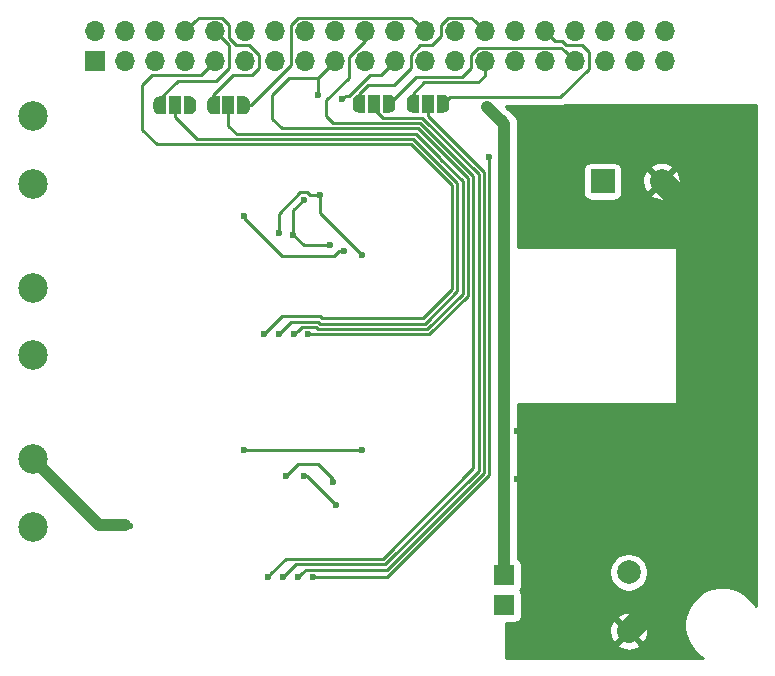
<source format=gbr>
G04 #@! TF.GenerationSoftware,KiCad,Pcbnew,(5.1.4)-1*
G04 #@! TF.CreationDate,2023-01-05T18:52:54+01:00*
G04 #@! TF.ProjectId,RasPi-HAT,52617350-692d-4484-9154-2e6b69636164,V00.20*
G04 #@! TF.SameCoordinates,Original*
G04 #@! TF.FileFunction,Copper,L2,Bot*
G04 #@! TF.FilePolarity,Positive*
%FSLAX46Y46*%
G04 Gerber Fmt 4.6, Leading zero omitted, Abs format (unit mm)*
G04 Created by KiCad (PCBNEW (5.1.4)-1) date 2023-01-05 18:52:54*
%MOMM*%
%LPD*%
G04 APERTURE LIST*
%ADD10C,2.500000*%
%ADD11R,1.000000X1.500000*%
%ADD12C,0.500000*%
%ADD13C,0.100000*%
%ADD14O,1.700000X1.700000*%
%ADD15R,1.700000X1.700000*%
%ADD16C,2.000000*%
%ADD17R,2.000000X2.000000*%
%ADD18C,0.600000*%
%ADD19C,0.250000*%
%ADD20C,2.000000*%
%ADD21C,1.000000*%
%ADD22C,0.254000*%
G04 APERTURE END LIST*
D10*
X56600000Y-75800000D03*
X56600000Y-81550000D03*
X56600000Y-61300000D03*
X56600000Y-67050000D03*
X56600000Y-46800000D03*
X56600000Y-52550000D03*
D11*
X90020000Y-45730000D03*
D12*
X91320000Y-45730000D03*
D13*
G36*
X91320000Y-44980602D02*
G01*
X91344534Y-44980602D01*
X91393365Y-44985412D01*
X91441490Y-44994984D01*
X91488445Y-45009228D01*
X91533778Y-45028005D01*
X91577051Y-45051136D01*
X91617850Y-45078396D01*
X91655779Y-45109524D01*
X91690476Y-45144221D01*
X91721604Y-45182150D01*
X91748864Y-45222949D01*
X91771995Y-45266222D01*
X91790772Y-45311555D01*
X91805016Y-45358510D01*
X91814588Y-45406635D01*
X91819398Y-45455466D01*
X91819398Y-45480000D01*
X91820000Y-45480000D01*
X91820000Y-45980000D01*
X91819398Y-45980000D01*
X91819398Y-46004534D01*
X91814588Y-46053365D01*
X91805016Y-46101490D01*
X91790772Y-46148445D01*
X91771995Y-46193778D01*
X91748864Y-46237051D01*
X91721604Y-46277850D01*
X91690476Y-46315779D01*
X91655779Y-46350476D01*
X91617850Y-46381604D01*
X91577051Y-46408864D01*
X91533778Y-46431995D01*
X91488445Y-46450772D01*
X91441490Y-46465016D01*
X91393365Y-46474588D01*
X91344534Y-46479398D01*
X91320000Y-46479398D01*
X91320000Y-46480000D01*
X90770000Y-46480000D01*
X90770000Y-44980000D01*
X91320000Y-44980000D01*
X91320000Y-44980602D01*
X91320000Y-44980602D01*
G37*
D12*
X88720000Y-45730000D03*
D13*
G36*
X89270000Y-46480000D02*
G01*
X88720000Y-46480000D01*
X88720000Y-46479398D01*
X88695466Y-46479398D01*
X88646635Y-46474588D01*
X88598510Y-46465016D01*
X88551555Y-46450772D01*
X88506222Y-46431995D01*
X88462949Y-46408864D01*
X88422150Y-46381604D01*
X88384221Y-46350476D01*
X88349524Y-46315779D01*
X88318396Y-46277850D01*
X88291136Y-46237051D01*
X88268005Y-46193778D01*
X88249228Y-46148445D01*
X88234984Y-46101490D01*
X88225412Y-46053365D01*
X88220602Y-46004534D01*
X88220602Y-45980000D01*
X88220000Y-45980000D01*
X88220000Y-45480000D01*
X88220602Y-45480000D01*
X88220602Y-45455466D01*
X88225412Y-45406635D01*
X88234984Y-45358510D01*
X88249228Y-45311555D01*
X88268005Y-45266222D01*
X88291136Y-45222949D01*
X88318396Y-45182150D01*
X88349524Y-45144221D01*
X88384221Y-45109524D01*
X88422150Y-45078396D01*
X88462949Y-45051136D01*
X88506222Y-45028005D01*
X88551555Y-45009228D01*
X88598510Y-44994984D01*
X88646635Y-44985412D01*
X88695466Y-44980602D01*
X88720000Y-44980602D01*
X88720000Y-44980000D01*
X89270000Y-44980000D01*
X89270000Y-46480000D01*
X89270000Y-46480000D01*
G37*
D11*
X85460000Y-45730000D03*
D12*
X86760000Y-45730000D03*
D13*
G36*
X86760000Y-44980602D02*
G01*
X86784534Y-44980602D01*
X86833365Y-44985412D01*
X86881490Y-44994984D01*
X86928445Y-45009228D01*
X86973778Y-45028005D01*
X87017051Y-45051136D01*
X87057850Y-45078396D01*
X87095779Y-45109524D01*
X87130476Y-45144221D01*
X87161604Y-45182150D01*
X87188864Y-45222949D01*
X87211995Y-45266222D01*
X87230772Y-45311555D01*
X87245016Y-45358510D01*
X87254588Y-45406635D01*
X87259398Y-45455466D01*
X87259398Y-45480000D01*
X87260000Y-45480000D01*
X87260000Y-45980000D01*
X87259398Y-45980000D01*
X87259398Y-46004534D01*
X87254588Y-46053365D01*
X87245016Y-46101490D01*
X87230772Y-46148445D01*
X87211995Y-46193778D01*
X87188864Y-46237051D01*
X87161604Y-46277850D01*
X87130476Y-46315779D01*
X87095779Y-46350476D01*
X87057850Y-46381604D01*
X87017051Y-46408864D01*
X86973778Y-46431995D01*
X86928445Y-46450772D01*
X86881490Y-46465016D01*
X86833365Y-46474588D01*
X86784534Y-46479398D01*
X86760000Y-46479398D01*
X86760000Y-46480000D01*
X86210000Y-46480000D01*
X86210000Y-44980000D01*
X86760000Y-44980000D01*
X86760000Y-44980602D01*
X86760000Y-44980602D01*
G37*
D12*
X84160000Y-45730000D03*
D13*
G36*
X84710000Y-46480000D02*
G01*
X84160000Y-46480000D01*
X84160000Y-46479398D01*
X84135466Y-46479398D01*
X84086635Y-46474588D01*
X84038510Y-46465016D01*
X83991555Y-46450772D01*
X83946222Y-46431995D01*
X83902949Y-46408864D01*
X83862150Y-46381604D01*
X83824221Y-46350476D01*
X83789524Y-46315779D01*
X83758396Y-46277850D01*
X83731136Y-46237051D01*
X83708005Y-46193778D01*
X83689228Y-46148445D01*
X83674984Y-46101490D01*
X83665412Y-46053365D01*
X83660602Y-46004534D01*
X83660602Y-45980000D01*
X83660000Y-45980000D01*
X83660000Y-45480000D01*
X83660602Y-45480000D01*
X83660602Y-45455466D01*
X83665412Y-45406635D01*
X83674984Y-45358510D01*
X83689228Y-45311555D01*
X83708005Y-45266222D01*
X83731136Y-45222949D01*
X83758396Y-45182150D01*
X83789524Y-45144221D01*
X83824221Y-45109524D01*
X83862150Y-45078396D01*
X83902949Y-45051136D01*
X83946222Y-45028005D01*
X83991555Y-45009228D01*
X84038510Y-44994984D01*
X84086635Y-44985412D01*
X84135466Y-44980602D01*
X84160000Y-44980602D01*
X84160000Y-44980000D01*
X84710000Y-44980000D01*
X84710000Y-46480000D01*
X84710000Y-46480000D01*
G37*
D11*
X73130000Y-45860000D03*
D12*
X74430000Y-45860000D03*
D13*
G36*
X74430000Y-45110602D02*
G01*
X74454534Y-45110602D01*
X74503365Y-45115412D01*
X74551490Y-45124984D01*
X74598445Y-45139228D01*
X74643778Y-45158005D01*
X74687051Y-45181136D01*
X74727850Y-45208396D01*
X74765779Y-45239524D01*
X74800476Y-45274221D01*
X74831604Y-45312150D01*
X74858864Y-45352949D01*
X74881995Y-45396222D01*
X74900772Y-45441555D01*
X74915016Y-45488510D01*
X74924588Y-45536635D01*
X74929398Y-45585466D01*
X74929398Y-45610000D01*
X74930000Y-45610000D01*
X74930000Y-46110000D01*
X74929398Y-46110000D01*
X74929398Y-46134534D01*
X74924588Y-46183365D01*
X74915016Y-46231490D01*
X74900772Y-46278445D01*
X74881995Y-46323778D01*
X74858864Y-46367051D01*
X74831604Y-46407850D01*
X74800476Y-46445779D01*
X74765779Y-46480476D01*
X74727850Y-46511604D01*
X74687051Y-46538864D01*
X74643778Y-46561995D01*
X74598445Y-46580772D01*
X74551490Y-46595016D01*
X74503365Y-46604588D01*
X74454534Y-46609398D01*
X74430000Y-46609398D01*
X74430000Y-46610000D01*
X73880000Y-46610000D01*
X73880000Y-45110000D01*
X74430000Y-45110000D01*
X74430000Y-45110602D01*
X74430000Y-45110602D01*
G37*
D12*
X71830000Y-45860000D03*
D13*
G36*
X72380000Y-46610000D02*
G01*
X71830000Y-46610000D01*
X71830000Y-46609398D01*
X71805466Y-46609398D01*
X71756635Y-46604588D01*
X71708510Y-46595016D01*
X71661555Y-46580772D01*
X71616222Y-46561995D01*
X71572949Y-46538864D01*
X71532150Y-46511604D01*
X71494221Y-46480476D01*
X71459524Y-46445779D01*
X71428396Y-46407850D01*
X71401136Y-46367051D01*
X71378005Y-46323778D01*
X71359228Y-46278445D01*
X71344984Y-46231490D01*
X71335412Y-46183365D01*
X71330602Y-46134534D01*
X71330602Y-46110000D01*
X71330000Y-46110000D01*
X71330000Y-45610000D01*
X71330602Y-45610000D01*
X71330602Y-45585466D01*
X71335412Y-45536635D01*
X71344984Y-45488510D01*
X71359228Y-45441555D01*
X71378005Y-45396222D01*
X71401136Y-45352949D01*
X71428396Y-45312150D01*
X71459524Y-45274221D01*
X71494221Y-45239524D01*
X71532150Y-45208396D01*
X71572949Y-45181136D01*
X71616222Y-45158005D01*
X71661555Y-45139228D01*
X71708510Y-45124984D01*
X71756635Y-45115412D01*
X71805466Y-45110602D01*
X71830000Y-45110602D01*
X71830000Y-45110000D01*
X72380000Y-45110000D01*
X72380000Y-46610000D01*
X72380000Y-46610000D01*
G37*
D11*
X68580000Y-45860000D03*
D12*
X69880000Y-45860000D03*
D13*
G36*
X69880000Y-45110602D02*
G01*
X69904534Y-45110602D01*
X69953365Y-45115412D01*
X70001490Y-45124984D01*
X70048445Y-45139228D01*
X70093778Y-45158005D01*
X70137051Y-45181136D01*
X70177850Y-45208396D01*
X70215779Y-45239524D01*
X70250476Y-45274221D01*
X70281604Y-45312150D01*
X70308864Y-45352949D01*
X70331995Y-45396222D01*
X70350772Y-45441555D01*
X70365016Y-45488510D01*
X70374588Y-45536635D01*
X70379398Y-45585466D01*
X70379398Y-45610000D01*
X70380000Y-45610000D01*
X70380000Y-46110000D01*
X70379398Y-46110000D01*
X70379398Y-46134534D01*
X70374588Y-46183365D01*
X70365016Y-46231490D01*
X70350772Y-46278445D01*
X70331995Y-46323778D01*
X70308864Y-46367051D01*
X70281604Y-46407850D01*
X70250476Y-46445779D01*
X70215779Y-46480476D01*
X70177850Y-46511604D01*
X70137051Y-46538864D01*
X70093778Y-46561995D01*
X70048445Y-46580772D01*
X70001490Y-46595016D01*
X69953365Y-46604588D01*
X69904534Y-46609398D01*
X69880000Y-46609398D01*
X69880000Y-46610000D01*
X69330000Y-46610000D01*
X69330000Y-45110000D01*
X69880000Y-45110000D01*
X69880000Y-45110602D01*
X69880000Y-45110602D01*
G37*
D12*
X67280000Y-45860000D03*
D13*
G36*
X67830000Y-46610000D02*
G01*
X67280000Y-46610000D01*
X67280000Y-46609398D01*
X67255466Y-46609398D01*
X67206635Y-46604588D01*
X67158510Y-46595016D01*
X67111555Y-46580772D01*
X67066222Y-46561995D01*
X67022949Y-46538864D01*
X66982150Y-46511604D01*
X66944221Y-46480476D01*
X66909524Y-46445779D01*
X66878396Y-46407850D01*
X66851136Y-46367051D01*
X66828005Y-46323778D01*
X66809228Y-46278445D01*
X66794984Y-46231490D01*
X66785412Y-46183365D01*
X66780602Y-46134534D01*
X66780602Y-46110000D01*
X66780000Y-46110000D01*
X66780000Y-45610000D01*
X66780602Y-45610000D01*
X66780602Y-45585466D01*
X66785412Y-45536635D01*
X66794984Y-45488510D01*
X66809228Y-45441555D01*
X66828005Y-45396222D01*
X66851136Y-45352949D01*
X66878396Y-45312150D01*
X66909524Y-45274221D01*
X66944221Y-45239524D01*
X66982150Y-45208396D01*
X67022949Y-45181136D01*
X67066222Y-45158005D01*
X67111555Y-45139228D01*
X67158510Y-45124984D01*
X67206635Y-45115412D01*
X67255466Y-45110602D01*
X67280000Y-45110602D01*
X67280000Y-45110000D01*
X67830000Y-45110000D01*
X67830000Y-46610000D01*
X67830000Y-46610000D01*
G37*
D14*
X110078520Y-39608760D03*
X110078520Y-42148760D03*
X107538520Y-39608760D03*
X107538520Y-42148760D03*
X104998520Y-39608760D03*
X104998520Y-42148760D03*
X102458520Y-39608760D03*
X102458520Y-42148760D03*
X99918520Y-39608760D03*
X99918520Y-42148760D03*
X97378520Y-39608760D03*
X97378520Y-42148760D03*
X94838520Y-39608760D03*
X94838520Y-42148760D03*
X92298520Y-39608760D03*
X92298520Y-42148760D03*
X89758520Y-39608760D03*
X89758520Y-42148760D03*
X87218520Y-39608760D03*
X87218520Y-42148760D03*
X84678520Y-39608760D03*
X84678520Y-42148760D03*
X82138520Y-39608760D03*
X82138520Y-42148760D03*
X79598520Y-39608760D03*
X79598520Y-42148760D03*
X77058520Y-39608760D03*
X77058520Y-42148760D03*
X74518520Y-39608760D03*
X74518520Y-42148760D03*
X71978520Y-39608760D03*
X71978520Y-42148760D03*
X69438520Y-39608760D03*
X69438520Y-42148760D03*
X66898520Y-39608760D03*
X66898520Y-42148760D03*
X64358520Y-39608760D03*
X64358520Y-42148760D03*
X61818520Y-39608760D03*
D15*
X61818520Y-42148760D03*
D16*
X109800000Y-52300000D03*
D17*
X104800000Y-52300000D03*
D16*
X107000000Y-90400000D03*
X107000000Y-85400000D03*
D15*
X96500000Y-85660000D03*
X96500000Y-88200000D03*
D18*
X77370000Y-56700000D03*
X80859000Y-53471000D03*
X84400000Y-58500000D03*
X79502000Y-53848000D03*
X78635000Y-56865000D03*
X81710000Y-57730000D03*
X79900000Y-65250000D03*
X80750000Y-45000000D03*
X95200040Y-50269960D03*
X80300000Y-85800000D03*
X100330000Y-49530000D03*
X76100000Y-65250000D03*
X102870000Y-76200000D03*
X105410000Y-76200000D03*
X105410000Y-81280000D03*
X102870000Y-81280000D03*
X100330000Y-81280000D03*
X104140000Y-72390000D03*
X101600000Y-72390000D03*
X106680000Y-72390000D03*
X106680000Y-80010000D03*
X105410000Y-78740000D03*
X106680000Y-77470000D03*
X104140000Y-77470000D03*
X106680000Y-74930000D03*
X105410000Y-73660000D03*
X104140000Y-74930000D03*
X104140000Y-80010000D03*
X102870000Y-78740000D03*
X102870000Y-73660000D03*
X101600000Y-74930000D03*
X101600000Y-77470000D03*
X101600000Y-80010000D03*
X100330000Y-78740000D03*
X100330000Y-76200000D03*
X100330000Y-73660000D03*
X113700000Y-76800000D03*
X115000000Y-69509000D03*
X115000000Y-71436000D03*
X115975001Y-73508999D03*
X115975001Y-75540999D03*
X106100000Y-92300000D03*
X110800000Y-89500000D03*
X112522000Y-86106000D03*
X116586000Y-82296000D03*
X114808000Y-84328000D03*
X116840000Y-85598000D03*
X103886000Y-84074000D03*
X101346000Y-84074000D03*
X98300000Y-83200000D03*
X101200000Y-87200000D03*
X97536000Y-77470000D03*
X97536000Y-73406000D03*
X110236000Y-49530000D03*
X113284000Y-49530000D03*
X116332000Y-49530000D03*
X113284000Y-52324000D03*
X116332000Y-52324000D03*
X116332000Y-55372000D03*
X113284000Y-55372000D03*
X113284000Y-58166000D03*
X116332000Y-58166000D03*
X116586000Y-60960000D03*
X114300000Y-61976000D03*
X112014000Y-68834000D03*
X112014000Y-70866000D03*
X106500000Y-49500000D03*
X103500000Y-49500000D03*
X97900000Y-91700000D03*
X76450000Y-85800000D03*
X82900000Y-58200000D03*
X74422000Y-55278000D03*
X95000000Y-46000000D03*
X95500000Y-46500000D03*
X96171599Y-47091597D03*
X78000000Y-77250000D03*
X82000000Y-77750000D03*
X82250000Y-79750000D03*
X79502000Y-77248000D03*
X74422000Y-75078000D03*
X84472000Y-75078000D03*
X64770000Y-81462000D03*
X63500000Y-81400000D03*
X62200000Y-81400000D03*
X61400000Y-80600000D03*
X60650000Y-79850000D03*
X69810000Y-45860000D03*
X82750000Y-45340000D03*
X77380000Y-65250000D03*
X78700000Y-65250000D03*
X77750000Y-85800000D03*
X79050000Y-85800000D03*
D19*
X77370000Y-56275736D02*
X77370000Y-56700000D01*
X77370000Y-55054998D02*
X77370000Y-56275736D01*
X79201999Y-53222999D02*
X77370000Y-55054998D01*
X79802001Y-53222999D02*
X79201999Y-53222999D01*
X80050002Y-53471000D02*
X79802001Y-53222999D01*
X80859000Y-53471000D02*
X80050002Y-53471000D01*
X80859000Y-54959000D02*
X80859000Y-53471000D01*
X84400000Y-58500000D02*
X80859000Y-54959000D01*
X78635000Y-54715000D02*
X79502000Y-53848000D01*
X78635000Y-56865000D02*
X78635000Y-54715000D01*
X79500000Y-57730000D02*
X78635000Y-56865000D01*
X81710000Y-57730000D02*
X79500000Y-57730000D01*
X76810000Y-47010000D02*
X76810000Y-44990000D01*
X79900000Y-65250000D02*
X90150000Y-65250000D01*
X90150000Y-65250000D02*
X93400000Y-62000000D01*
X93400000Y-62000000D02*
X93400000Y-52053590D01*
X93400000Y-52053590D02*
X89177370Y-47830960D01*
X89177370Y-47830960D02*
X77630960Y-47830960D01*
X77630960Y-47830960D02*
X76810000Y-47010000D01*
X95200040Y-50269960D02*
X95200040Y-77173970D01*
X80724264Y-85800000D02*
X80300000Y-85800000D01*
X86574010Y-85800000D02*
X80724264Y-85800000D01*
X95200040Y-77173970D02*
X86574010Y-85800000D01*
X80750000Y-43537280D02*
X80750000Y-45000000D01*
X82138520Y-42148760D02*
X80750000Y-43537280D01*
X78287280Y-43537280D02*
X78275000Y-43525000D01*
X80750000Y-43537280D02*
X78287280Y-43537280D01*
X76810000Y-44990000D02*
X78275000Y-43525000D01*
D20*
X109800000Y-52300000D02*
X113500000Y-56000000D01*
X113500000Y-83900000D02*
X113500000Y-74500000D01*
X107000000Y-90400000D02*
X113500000Y-83900000D01*
X113500000Y-56000000D02*
X113500000Y-74500000D01*
D19*
X80897809Y-63724979D02*
X81072800Y-63899970D01*
X76100000Y-65250000D02*
X77625021Y-63724979D01*
X77625021Y-63724979D02*
X80897809Y-63724979D01*
X81072800Y-63899970D02*
X82000000Y-63899970D01*
X82000000Y-63899970D02*
X87000000Y-63899970D01*
X87000000Y-63899970D02*
X89590800Y-63899970D01*
X89590800Y-63899970D02*
X89945385Y-63545385D01*
X89945385Y-63545385D02*
X92049970Y-61440800D01*
X92049970Y-61440800D02*
X92049970Y-61100000D01*
X66686239Y-43323761D02*
X70803519Y-43323761D01*
X70803519Y-43323761D02*
X71978520Y-42148760D01*
X92049970Y-52629970D02*
X88600990Y-49180990D01*
X92049970Y-61440800D02*
X92049970Y-52629970D01*
X88600990Y-49180990D02*
X67040990Y-49180990D01*
X67040990Y-49180990D02*
X65820000Y-47960000D01*
X65820000Y-47960000D02*
X65820000Y-44190000D01*
X65820000Y-44190000D02*
X66686239Y-43323761D01*
X83313521Y-41774757D02*
X83313521Y-43516479D01*
X84678520Y-39608760D02*
X84678520Y-40409758D01*
X84678520Y-40409758D02*
X83313521Y-41774757D01*
X83313521Y-43516479D02*
X81380000Y-45450000D01*
X81380000Y-46780000D02*
X81980950Y-47380950D01*
X81380000Y-45450000D02*
X81380000Y-46780000D01*
X81980950Y-47380950D02*
X89363771Y-47380951D01*
X89363771Y-47380951D02*
X93850010Y-51867190D01*
X77975021Y-84274979D02*
X76749999Y-85500001D01*
X76749999Y-85500001D02*
X76450000Y-85800000D01*
X86189801Y-84274979D02*
X77975021Y-84274979D01*
X93850010Y-76614770D02*
X86189801Y-84274979D01*
X93850010Y-51867190D02*
X93850010Y-76614770D01*
X70288519Y-38758761D02*
X69438520Y-39608760D01*
X70613521Y-38433759D02*
X70288519Y-38758761D01*
X72542521Y-38433759D02*
X70613521Y-38433759D01*
X73153521Y-40147351D02*
X73153521Y-39044759D01*
X73789931Y-40783761D02*
X73153521Y-40147351D01*
X74892523Y-40783761D02*
X73789931Y-40783761D01*
X75693521Y-41584759D02*
X74892523Y-40783761D01*
X75693521Y-42712761D02*
X75693521Y-41584759D01*
X75082521Y-43323761D02*
X75693521Y-42712761D01*
X73518647Y-43323761D02*
X75082521Y-43323761D01*
X73153521Y-39044759D02*
X72542521Y-38433759D01*
X71830000Y-45012408D02*
X73518647Y-43323761D01*
X71830000Y-45860000D02*
X71830000Y-45012408D01*
X72828519Y-40458759D02*
X71978520Y-39608760D01*
X73153521Y-40783761D02*
X72828519Y-40458759D01*
X73153521Y-42712761D02*
X73153521Y-40783761D01*
X72092511Y-43773771D02*
X73153521Y-42712761D01*
X68831227Y-43773771D02*
X72092511Y-43773771D01*
X67280000Y-45324998D02*
X68831227Y-43773771D01*
X67280000Y-45860000D02*
X67280000Y-45324998D01*
X82475736Y-58200000D02*
X82025736Y-58650000D01*
X82900000Y-58200000D02*
X82475736Y-58200000D01*
X82025736Y-58650000D02*
X77700000Y-58650000D01*
X77700000Y-58650000D02*
X74450000Y-55400000D01*
D21*
X96500000Y-85660000D02*
X96500000Y-47419998D01*
X96500000Y-47419998D02*
X96171599Y-47091597D01*
X96419998Y-47419998D02*
X95500000Y-46500000D01*
X96500000Y-47419998D02*
X96419998Y-47419998D01*
X95500000Y-46500000D02*
X95030236Y-46030236D01*
X96171599Y-47091597D02*
X96171599Y-47091597D01*
D19*
X79000000Y-76250000D02*
X80750000Y-76250000D01*
X78000000Y-77250000D02*
X79000000Y-76250000D01*
X80750000Y-76250000D02*
X82000000Y-77500000D01*
X82000000Y-77500000D02*
X82000000Y-77750000D01*
X82000000Y-77750000D02*
X82000000Y-77750000D01*
X79748000Y-77248000D02*
X79502000Y-77248000D01*
X82250000Y-79750000D02*
X79748000Y-77248000D01*
X74422000Y-75078000D02*
X84472000Y-75078000D01*
D21*
X56600000Y-75800000D02*
X57849999Y-77049999D01*
X57849999Y-77049999D02*
X62200000Y-81400000D01*
X62200000Y-81400000D02*
X63500000Y-81400000D01*
X63500000Y-81400000D02*
X64400000Y-81400000D01*
D19*
X86760000Y-45730000D02*
X89040000Y-43450000D01*
X101283519Y-40973759D02*
X101608521Y-41298761D01*
X94274519Y-40973759D02*
X101283519Y-40973759D01*
X93663519Y-41584759D02*
X94274519Y-40973759D01*
X93663519Y-42712761D02*
X93663519Y-41584759D01*
X92926280Y-43450000D02*
X93663519Y-42712761D01*
X101608521Y-41298761D02*
X102458520Y-42148760D01*
X89040000Y-43450000D02*
X92926280Y-43450000D01*
X101404929Y-40458759D02*
X100768519Y-40458759D01*
X101729931Y-40783761D02*
X101404929Y-40458759D01*
X103022521Y-40783761D02*
X101729931Y-40783761D01*
X103633521Y-41394761D02*
X103022521Y-40783761D01*
X103633521Y-42776479D02*
X103633521Y-41394761D01*
X101204774Y-45205226D02*
X103633521Y-42776479D01*
X91844774Y-45205226D02*
X101204774Y-45205226D01*
X100768519Y-40458759D02*
X99918520Y-39608760D01*
X91320000Y-45730000D02*
X91844774Y-45205226D01*
X91734519Y-38433759D02*
X93663519Y-38433759D01*
X91123519Y-39044759D02*
X91734519Y-38433759D01*
X91123519Y-39982763D02*
X91123519Y-39044759D01*
X90322521Y-40783761D02*
X91123519Y-39982763D01*
X89384517Y-40783761D02*
X90322521Y-40783761D01*
X88583519Y-41584759D02*
X89384517Y-40783761D01*
X88583519Y-42712761D02*
X88583519Y-41584759D01*
X93663519Y-38433759D02*
X93988521Y-38758761D01*
X93988521Y-38758761D02*
X94838520Y-39608760D01*
X84160000Y-45730000D02*
X84160000Y-44882408D01*
X84160000Y-44882408D02*
X84932408Y-44110000D01*
X87186280Y-44110000D02*
X88583519Y-42712761D01*
X84932408Y-44110000D02*
X87186280Y-44110000D01*
X94838520Y-43350841D02*
X94838520Y-42148760D01*
X94289352Y-43900009D02*
X94838520Y-43350841D01*
X89702399Y-43900009D02*
X94289352Y-43900009D01*
X88720000Y-44882408D02*
X89702399Y-43900009D01*
X88720000Y-45730000D02*
X88720000Y-44882408D01*
X88908521Y-38758761D02*
X89758520Y-39608760D01*
X88583519Y-38433759D02*
X88908521Y-38758761D01*
X79034519Y-38433759D02*
X88583519Y-38433759D01*
X78423519Y-39044759D02*
X79034519Y-38433759D01*
X78423519Y-42466481D02*
X78423519Y-39044759D01*
X75030000Y-45860000D02*
X78423519Y-42466481D01*
X74430000Y-45860000D02*
X75030000Y-45860000D01*
X87588940Y-42519180D02*
X87218520Y-42148760D01*
X87218520Y-42148760D02*
X86043519Y-43323761D01*
X86043519Y-43323761D02*
X85082237Y-43323761D01*
X83365997Y-45040001D02*
X85082237Y-43323761D01*
X83049999Y-45040001D02*
X83365997Y-45040001D01*
X82750000Y-45340000D02*
X83049999Y-45040001D01*
X89777200Y-64349980D02*
X90263590Y-63863590D01*
X77679999Y-64950001D02*
X77380000Y-65250000D01*
X78455011Y-64174989D02*
X77679999Y-64950001D01*
X80711409Y-64174989D02*
X78455011Y-64174989D01*
X80886400Y-64349980D02*
X80711409Y-64174989D01*
X89777200Y-64349980D02*
X80886400Y-64349980D01*
X89777200Y-64349980D02*
X92499980Y-61627200D01*
X92499980Y-53170020D02*
X92499979Y-52443569D01*
X92499980Y-61627200D02*
X92499980Y-53170020D01*
X92499979Y-52443569D02*
X88787390Y-48730980D01*
X68580000Y-46860000D02*
X68580000Y-45860000D01*
X70450980Y-48730980D02*
X68580000Y-46860000D01*
X88787390Y-48730980D02*
X70450980Y-48730980D01*
X78999999Y-64950001D02*
X78700000Y-65250000D01*
X79325001Y-64624999D02*
X78999999Y-64950001D01*
X80525009Y-64624999D02*
X79325001Y-64624999D01*
X80700000Y-64799990D02*
X80525009Y-64624999D01*
X92949990Y-61813600D02*
X89963600Y-64799990D01*
X89963600Y-64799990D02*
X80700000Y-64799990D01*
X92949990Y-52257170D02*
X92949990Y-52609990D01*
X91080000Y-50387180D02*
X92949990Y-52257170D01*
X91080000Y-50370000D02*
X91080000Y-50387180D01*
X92949990Y-52609990D02*
X92949990Y-61813600D01*
X73130000Y-45860000D02*
X73130000Y-47590000D01*
X73130000Y-47590000D02*
X73820970Y-48280970D01*
X73820970Y-48280970D02*
X88990970Y-48280970D01*
X88990970Y-48280970D02*
X91080000Y-50370000D01*
X78825011Y-84724989D02*
X86376201Y-84724989D01*
X77750000Y-85800000D02*
X78825011Y-84724989D01*
X86376201Y-84724989D02*
X94300020Y-76801170D01*
X94300020Y-76801170D02*
X94300020Y-54200020D01*
X94300020Y-54200020D02*
X94300018Y-54200018D01*
X85460000Y-45730000D02*
X85460000Y-46189636D01*
X89550172Y-46930942D02*
X94300020Y-51680790D01*
X86201306Y-46930942D02*
X89550172Y-46930942D01*
X85460000Y-46189636D02*
X86201306Y-46930942D01*
X94300020Y-52459980D02*
X94300018Y-52459982D01*
X94300020Y-51680790D02*
X94300020Y-52459980D01*
X94300018Y-54200018D02*
X94300018Y-52459982D01*
X94750030Y-55350030D02*
X94750030Y-55200000D01*
X79349999Y-85500001D02*
X79050000Y-85800000D01*
X79675001Y-85174999D02*
X79349999Y-85500001D01*
X86562601Y-85174999D02*
X79675001Y-85174999D01*
X94750030Y-76987570D02*
X86562601Y-85174999D01*
X94750030Y-55350030D02*
X94750030Y-76987570D01*
X90020000Y-45730000D02*
X90020000Y-46764360D01*
X94750030Y-51494390D02*
X94750030Y-52450030D01*
X90020000Y-46764360D02*
X94750030Y-51494390D01*
X94750030Y-55350030D02*
X94750030Y-52450030D01*
D22*
G36*
X117756601Y-88285300D02*
G01*
X117448175Y-87823707D01*
X116998693Y-87374225D01*
X116470158Y-87021070D01*
X115882881Y-86777812D01*
X115259432Y-86653800D01*
X114623768Y-86653800D01*
X114000319Y-86777812D01*
X113413042Y-87021070D01*
X112884507Y-87374225D01*
X112435025Y-87823707D01*
X112081870Y-88352242D01*
X111838612Y-88939519D01*
X111714600Y-89562968D01*
X111714600Y-90198632D01*
X111838612Y-90822081D01*
X112081870Y-91409358D01*
X112435025Y-91937893D01*
X112884507Y-92387375D01*
X113346099Y-92695800D01*
X96647000Y-92695800D01*
X96647000Y-91535413D01*
X106044192Y-91535413D01*
X106139956Y-91799814D01*
X106429571Y-91940704D01*
X106741108Y-92022384D01*
X107062595Y-92041718D01*
X107381675Y-91997961D01*
X107686088Y-91892795D01*
X107860044Y-91799814D01*
X107955808Y-91535413D01*
X107000000Y-90579605D01*
X106044192Y-91535413D01*
X96647000Y-91535413D01*
X96647000Y-90462595D01*
X105358282Y-90462595D01*
X105402039Y-90781675D01*
X105507205Y-91086088D01*
X105600186Y-91260044D01*
X105864587Y-91355808D01*
X106820395Y-90400000D01*
X107179605Y-90400000D01*
X108135413Y-91355808D01*
X108399814Y-91260044D01*
X108540704Y-90970429D01*
X108622384Y-90658892D01*
X108641718Y-90337405D01*
X108597961Y-90018325D01*
X108492795Y-89713912D01*
X108399814Y-89539956D01*
X108135413Y-89444192D01*
X107179605Y-90400000D01*
X106820395Y-90400000D01*
X105864587Y-89444192D01*
X105600186Y-89539956D01*
X105459296Y-89829571D01*
X105377616Y-90141108D01*
X105358282Y-90462595D01*
X96647000Y-90462595D01*
X96647000Y-89688072D01*
X97350000Y-89688072D01*
X97474482Y-89675812D01*
X97594180Y-89639502D01*
X97704494Y-89580537D01*
X97801185Y-89501185D01*
X97880537Y-89404494D01*
X97939502Y-89294180D01*
X97948478Y-89264587D01*
X106044192Y-89264587D01*
X107000000Y-90220395D01*
X107955808Y-89264587D01*
X107860044Y-89000186D01*
X107570429Y-88859296D01*
X107258892Y-88777616D01*
X106937405Y-88758282D01*
X106618325Y-88802039D01*
X106313912Y-88907205D01*
X106139956Y-89000186D01*
X106044192Y-89264587D01*
X97948478Y-89264587D01*
X97975812Y-89174482D01*
X97988072Y-89050000D01*
X97988072Y-87350000D01*
X97975812Y-87225518D01*
X97939502Y-87105820D01*
X97880537Y-86995506D01*
X97826778Y-86930000D01*
X97880537Y-86864494D01*
X97939502Y-86754180D01*
X97975812Y-86634482D01*
X97988072Y-86510000D01*
X97988072Y-85238967D01*
X105365000Y-85238967D01*
X105365000Y-85561033D01*
X105427832Y-85876912D01*
X105551082Y-86174463D01*
X105730013Y-86442252D01*
X105957748Y-86669987D01*
X106225537Y-86848918D01*
X106523088Y-86972168D01*
X106838967Y-87035000D01*
X107161033Y-87035000D01*
X107476912Y-86972168D01*
X107774463Y-86848918D01*
X108042252Y-86669987D01*
X108269987Y-86442252D01*
X108448918Y-86174463D01*
X108572168Y-85876912D01*
X108635000Y-85561033D01*
X108635000Y-85238967D01*
X108572168Y-84923088D01*
X108448918Y-84625537D01*
X108269987Y-84357748D01*
X108042252Y-84130013D01*
X107774463Y-83951082D01*
X107476912Y-83827832D01*
X107161033Y-83765000D01*
X106838967Y-83765000D01*
X106523088Y-83827832D01*
X106225537Y-83951082D01*
X105957748Y-84130013D01*
X105730013Y-84357748D01*
X105551082Y-84625537D01*
X105427832Y-84923088D01*
X105365000Y-85238967D01*
X97988072Y-85238967D01*
X97988072Y-84810000D01*
X97975812Y-84685518D01*
X97939502Y-84565820D01*
X97880537Y-84455506D01*
X97801185Y-84358815D01*
X97704494Y-84279463D01*
X97635000Y-84242317D01*
X97635000Y-71127000D01*
X111000000Y-71127000D01*
X111024776Y-71124560D01*
X111048601Y-71117333D01*
X111070557Y-71105597D01*
X111089803Y-71089803D01*
X111105597Y-71070557D01*
X111117333Y-71048601D01*
X111124560Y-71024776D01*
X111127000Y-71000000D01*
X111127000Y-58000000D01*
X111124560Y-57975224D01*
X111117333Y-57951399D01*
X111105597Y-57929443D01*
X111089803Y-57910197D01*
X111070557Y-57894403D01*
X111048601Y-57882667D01*
X111024776Y-57875440D01*
X111000000Y-57873000D01*
X97635000Y-57873000D01*
X97635000Y-51300000D01*
X103161928Y-51300000D01*
X103161928Y-53300000D01*
X103174188Y-53424482D01*
X103210498Y-53544180D01*
X103269463Y-53654494D01*
X103348815Y-53751185D01*
X103445506Y-53830537D01*
X103555820Y-53889502D01*
X103675518Y-53925812D01*
X103800000Y-53938072D01*
X105800000Y-53938072D01*
X105924482Y-53925812D01*
X106044180Y-53889502D01*
X106154494Y-53830537D01*
X106251185Y-53751185D01*
X106330537Y-53654494D01*
X106389502Y-53544180D01*
X106422496Y-53435413D01*
X108844192Y-53435413D01*
X108939956Y-53699814D01*
X109229571Y-53840704D01*
X109541108Y-53922384D01*
X109862595Y-53941718D01*
X110181675Y-53897961D01*
X110486088Y-53792795D01*
X110660044Y-53699814D01*
X110755808Y-53435413D01*
X109800000Y-52479605D01*
X108844192Y-53435413D01*
X106422496Y-53435413D01*
X106425812Y-53424482D01*
X106438072Y-53300000D01*
X106438072Y-52362595D01*
X108158282Y-52362595D01*
X108202039Y-52681675D01*
X108307205Y-52986088D01*
X108400186Y-53160044D01*
X108664587Y-53255808D01*
X109620395Y-52300000D01*
X109979605Y-52300000D01*
X110935413Y-53255808D01*
X111199814Y-53160044D01*
X111340704Y-52870429D01*
X111422384Y-52558892D01*
X111441718Y-52237405D01*
X111397961Y-51918325D01*
X111292795Y-51613912D01*
X111199814Y-51439956D01*
X110935413Y-51344192D01*
X109979605Y-52300000D01*
X109620395Y-52300000D01*
X108664587Y-51344192D01*
X108400186Y-51439956D01*
X108259296Y-51729571D01*
X108177616Y-52041108D01*
X108158282Y-52362595D01*
X106438072Y-52362595D01*
X106438072Y-51300000D01*
X106425812Y-51175518D01*
X106422497Y-51164587D01*
X108844192Y-51164587D01*
X109800000Y-52120395D01*
X110755808Y-51164587D01*
X110660044Y-50900186D01*
X110370429Y-50759296D01*
X110058892Y-50677616D01*
X109737405Y-50658282D01*
X109418325Y-50702039D01*
X109113912Y-50807205D01*
X108939956Y-50900186D01*
X108844192Y-51164587D01*
X106422497Y-51164587D01*
X106389502Y-51055820D01*
X106330537Y-50945506D01*
X106251185Y-50848815D01*
X106154494Y-50769463D01*
X106044180Y-50710498D01*
X105924482Y-50674188D01*
X105800000Y-50661928D01*
X103800000Y-50661928D01*
X103675518Y-50674188D01*
X103555820Y-50710498D01*
X103445506Y-50769463D01*
X103348815Y-50848815D01*
X103269463Y-50945506D01*
X103210498Y-51055820D01*
X103174188Y-51175518D01*
X103161928Y-51300000D01*
X97635000Y-51300000D01*
X97635000Y-47475750D01*
X97640491Y-47419998D01*
X97618577Y-47197499D01*
X97553676Y-46983551D01*
X97448284Y-46786375D01*
X97306449Y-46613549D01*
X97263135Y-46578002D01*
X97013595Y-46328462D01*
X96978048Y-46285148D01*
X96805222Y-46143313D01*
X96683250Y-46078118D01*
X96647000Y-46041868D01*
X96647000Y-45965226D01*
X101167452Y-45965226D01*
X101204774Y-45968902D01*
X101242096Y-45965226D01*
X101242107Y-45965226D01*
X101353760Y-45954229D01*
X101497021Y-45910772D01*
X101616328Y-45847000D01*
X117756600Y-45847000D01*
X117756601Y-88285300D01*
X117756601Y-88285300D01*
G37*
X117756601Y-88285300D02*
X117448175Y-87823707D01*
X116998693Y-87374225D01*
X116470158Y-87021070D01*
X115882881Y-86777812D01*
X115259432Y-86653800D01*
X114623768Y-86653800D01*
X114000319Y-86777812D01*
X113413042Y-87021070D01*
X112884507Y-87374225D01*
X112435025Y-87823707D01*
X112081870Y-88352242D01*
X111838612Y-88939519D01*
X111714600Y-89562968D01*
X111714600Y-90198632D01*
X111838612Y-90822081D01*
X112081870Y-91409358D01*
X112435025Y-91937893D01*
X112884507Y-92387375D01*
X113346099Y-92695800D01*
X96647000Y-92695800D01*
X96647000Y-91535413D01*
X106044192Y-91535413D01*
X106139956Y-91799814D01*
X106429571Y-91940704D01*
X106741108Y-92022384D01*
X107062595Y-92041718D01*
X107381675Y-91997961D01*
X107686088Y-91892795D01*
X107860044Y-91799814D01*
X107955808Y-91535413D01*
X107000000Y-90579605D01*
X106044192Y-91535413D01*
X96647000Y-91535413D01*
X96647000Y-90462595D01*
X105358282Y-90462595D01*
X105402039Y-90781675D01*
X105507205Y-91086088D01*
X105600186Y-91260044D01*
X105864587Y-91355808D01*
X106820395Y-90400000D01*
X107179605Y-90400000D01*
X108135413Y-91355808D01*
X108399814Y-91260044D01*
X108540704Y-90970429D01*
X108622384Y-90658892D01*
X108641718Y-90337405D01*
X108597961Y-90018325D01*
X108492795Y-89713912D01*
X108399814Y-89539956D01*
X108135413Y-89444192D01*
X107179605Y-90400000D01*
X106820395Y-90400000D01*
X105864587Y-89444192D01*
X105600186Y-89539956D01*
X105459296Y-89829571D01*
X105377616Y-90141108D01*
X105358282Y-90462595D01*
X96647000Y-90462595D01*
X96647000Y-89688072D01*
X97350000Y-89688072D01*
X97474482Y-89675812D01*
X97594180Y-89639502D01*
X97704494Y-89580537D01*
X97801185Y-89501185D01*
X97880537Y-89404494D01*
X97939502Y-89294180D01*
X97948478Y-89264587D01*
X106044192Y-89264587D01*
X107000000Y-90220395D01*
X107955808Y-89264587D01*
X107860044Y-89000186D01*
X107570429Y-88859296D01*
X107258892Y-88777616D01*
X106937405Y-88758282D01*
X106618325Y-88802039D01*
X106313912Y-88907205D01*
X106139956Y-89000186D01*
X106044192Y-89264587D01*
X97948478Y-89264587D01*
X97975812Y-89174482D01*
X97988072Y-89050000D01*
X97988072Y-87350000D01*
X97975812Y-87225518D01*
X97939502Y-87105820D01*
X97880537Y-86995506D01*
X97826778Y-86930000D01*
X97880537Y-86864494D01*
X97939502Y-86754180D01*
X97975812Y-86634482D01*
X97988072Y-86510000D01*
X97988072Y-85238967D01*
X105365000Y-85238967D01*
X105365000Y-85561033D01*
X105427832Y-85876912D01*
X105551082Y-86174463D01*
X105730013Y-86442252D01*
X105957748Y-86669987D01*
X106225537Y-86848918D01*
X106523088Y-86972168D01*
X106838967Y-87035000D01*
X107161033Y-87035000D01*
X107476912Y-86972168D01*
X107774463Y-86848918D01*
X108042252Y-86669987D01*
X108269987Y-86442252D01*
X108448918Y-86174463D01*
X108572168Y-85876912D01*
X108635000Y-85561033D01*
X108635000Y-85238967D01*
X108572168Y-84923088D01*
X108448918Y-84625537D01*
X108269987Y-84357748D01*
X108042252Y-84130013D01*
X107774463Y-83951082D01*
X107476912Y-83827832D01*
X107161033Y-83765000D01*
X106838967Y-83765000D01*
X106523088Y-83827832D01*
X106225537Y-83951082D01*
X105957748Y-84130013D01*
X105730013Y-84357748D01*
X105551082Y-84625537D01*
X105427832Y-84923088D01*
X105365000Y-85238967D01*
X97988072Y-85238967D01*
X97988072Y-84810000D01*
X97975812Y-84685518D01*
X97939502Y-84565820D01*
X97880537Y-84455506D01*
X97801185Y-84358815D01*
X97704494Y-84279463D01*
X97635000Y-84242317D01*
X97635000Y-71127000D01*
X111000000Y-71127000D01*
X111024776Y-71124560D01*
X111048601Y-71117333D01*
X111070557Y-71105597D01*
X111089803Y-71089803D01*
X111105597Y-71070557D01*
X111117333Y-71048601D01*
X111124560Y-71024776D01*
X111127000Y-71000000D01*
X111127000Y-58000000D01*
X111124560Y-57975224D01*
X111117333Y-57951399D01*
X111105597Y-57929443D01*
X111089803Y-57910197D01*
X111070557Y-57894403D01*
X111048601Y-57882667D01*
X111024776Y-57875440D01*
X111000000Y-57873000D01*
X97635000Y-57873000D01*
X97635000Y-51300000D01*
X103161928Y-51300000D01*
X103161928Y-53300000D01*
X103174188Y-53424482D01*
X103210498Y-53544180D01*
X103269463Y-53654494D01*
X103348815Y-53751185D01*
X103445506Y-53830537D01*
X103555820Y-53889502D01*
X103675518Y-53925812D01*
X103800000Y-53938072D01*
X105800000Y-53938072D01*
X105924482Y-53925812D01*
X106044180Y-53889502D01*
X106154494Y-53830537D01*
X106251185Y-53751185D01*
X106330537Y-53654494D01*
X106389502Y-53544180D01*
X106422496Y-53435413D01*
X108844192Y-53435413D01*
X108939956Y-53699814D01*
X109229571Y-53840704D01*
X109541108Y-53922384D01*
X109862595Y-53941718D01*
X110181675Y-53897961D01*
X110486088Y-53792795D01*
X110660044Y-53699814D01*
X110755808Y-53435413D01*
X109800000Y-52479605D01*
X108844192Y-53435413D01*
X106422496Y-53435413D01*
X106425812Y-53424482D01*
X106438072Y-53300000D01*
X106438072Y-52362595D01*
X108158282Y-52362595D01*
X108202039Y-52681675D01*
X108307205Y-52986088D01*
X108400186Y-53160044D01*
X108664587Y-53255808D01*
X109620395Y-52300000D01*
X109979605Y-52300000D01*
X110935413Y-53255808D01*
X111199814Y-53160044D01*
X111340704Y-52870429D01*
X111422384Y-52558892D01*
X111441718Y-52237405D01*
X111397961Y-51918325D01*
X111292795Y-51613912D01*
X111199814Y-51439956D01*
X110935413Y-51344192D01*
X109979605Y-52300000D01*
X109620395Y-52300000D01*
X108664587Y-51344192D01*
X108400186Y-51439956D01*
X108259296Y-51729571D01*
X108177616Y-52041108D01*
X108158282Y-52362595D01*
X106438072Y-52362595D01*
X106438072Y-51300000D01*
X106425812Y-51175518D01*
X106422497Y-51164587D01*
X108844192Y-51164587D01*
X109800000Y-52120395D01*
X110755808Y-51164587D01*
X110660044Y-50900186D01*
X110370429Y-50759296D01*
X110058892Y-50677616D01*
X109737405Y-50658282D01*
X109418325Y-50702039D01*
X109113912Y-50807205D01*
X108939956Y-50900186D01*
X108844192Y-51164587D01*
X106422497Y-51164587D01*
X106389502Y-51055820D01*
X106330537Y-50945506D01*
X106251185Y-50848815D01*
X106154494Y-50769463D01*
X106044180Y-50710498D01*
X105924482Y-50674188D01*
X105800000Y-50661928D01*
X103800000Y-50661928D01*
X103675518Y-50674188D01*
X103555820Y-50710498D01*
X103445506Y-50769463D01*
X103348815Y-50848815D01*
X103269463Y-50945506D01*
X103210498Y-51055820D01*
X103174188Y-51175518D01*
X103161928Y-51300000D01*
X97635000Y-51300000D01*
X97635000Y-47475750D01*
X97640491Y-47419998D01*
X97618577Y-47197499D01*
X97553676Y-46983551D01*
X97448284Y-46786375D01*
X97306449Y-46613549D01*
X97263135Y-46578002D01*
X97013595Y-46328462D01*
X96978048Y-46285148D01*
X96805222Y-46143313D01*
X96683250Y-46078118D01*
X96647000Y-46041868D01*
X96647000Y-45965226D01*
X101167452Y-45965226D01*
X101204774Y-45968902D01*
X101242096Y-45965226D01*
X101242107Y-45965226D01*
X101353760Y-45954229D01*
X101497021Y-45910772D01*
X101616328Y-45847000D01*
X117756600Y-45847000D01*
X117756601Y-88285300D01*
M02*

</source>
